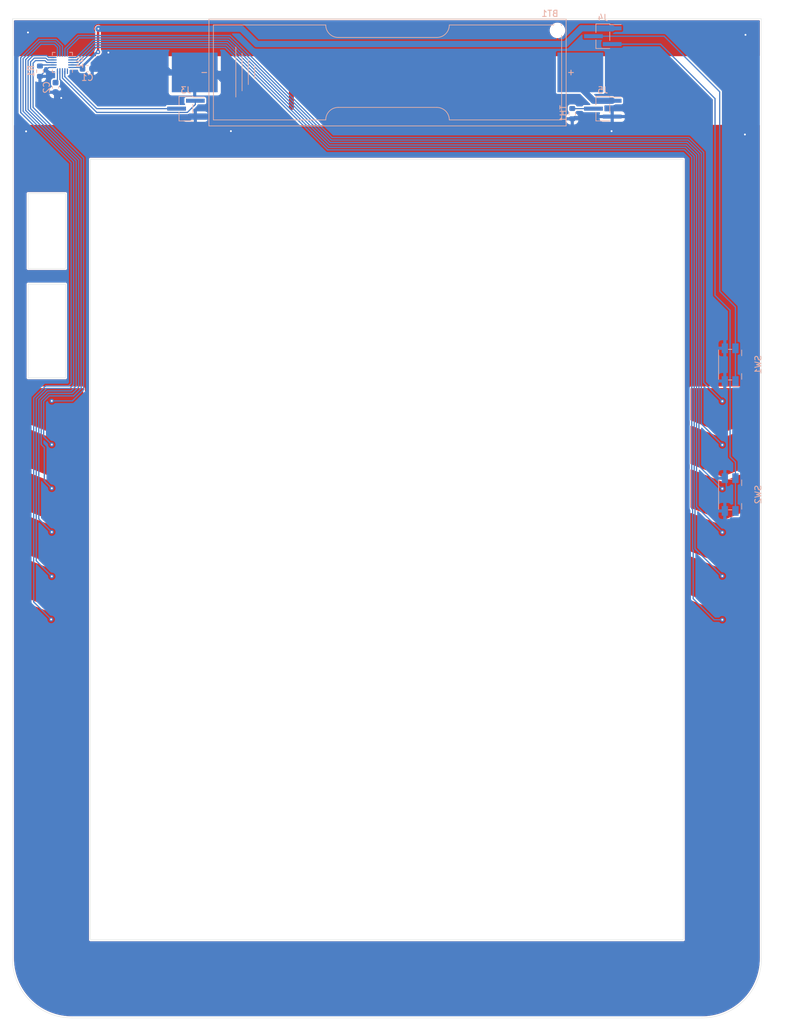
<source format=kicad_pcb>
(kicad_pcb (version 20210126) (generator pcbnew)
  (layers (0 "F.Cu" signal) (31 "B.Cu" signal) (34 "B.Paste" user) (35 "F.Paste" user) (36 "B.SilkS" user "B.Silkscreen") (37 "F.SilkS" user "F.Silkscreen") (38 "B.Mask" user) (39 "F.Mask" user) (44 "Edge.Cuts" user))
  (net 0 "")
  (net 1 "GND")
  (net 2 "+BATT")
  (net 3 "+3V3")
  (net 4 "Net-(C2-Pad1)")
  (net 5 "Net-(J1-Pad6)")
  (net 6 "Net-(J1-Pad5)")
  (net 7 "Net-(J1-Pad4)")
  (net 8 "Net-(J1-Pad3)")
  (net 9 "Net-(J1-Pad2)")
  (net 10 "Net-(J1-Pad1)")
  (net 11 "Net-(J2-Pad6)")
  (net 12 "Net-(J2-Pad5)")
  (net 13 "Net-(J2-Pad4)")
  (net 14 "Net-(J2-Pad3)")
  (net 15 "Net-(J2-Pad2)")
  (net 16 "Net-(J2-Pad1)")
  (net 17 "/KEY1")
  (net 18 "/KP_SCL")
  (net 19 "/KP_SDA")
  (net 20 "/KEY2")
  (net 21 "Net-(R1-Pad1)")
  (net 23 "Net-(TH1-Pad1)")
  (footprint "footprints:Touch_Sensing_6PADS" (layer "F.Cu") (at 153.75 102.25 -90)
    (fp_text reference "J2")
    (fp_text value "Conn_01x06")
    (pad "1" smd custom (at -16 0 270) (size 0.4 0.4) (layers "F.Cu" "F.Paste") (net 16 "Net-(J2-Pad1)") (options (clearance outline) (anchor rect)) (primitives (gr_poly (pts (xy -2 -5) (xy -2 5) (xy 3 5) (xy 5 0) (xy 3 -5)) (width 0.2) (fill yes))))
    (pad "2" smd custom (at -9 0 270) (size 0.4 0.4) (layers "F.Cu" "F.Paste") (net 15 "Net-(J2-Pad2)") (options (clearance outline) (anchor rect)) (primitives (gr_poly (pts (xy -3 -5) (xy -1 0) (xy -3 5) (xy 3 5) (xy 5 0) (xy 3 -5)) (width 0.2) (fill yes))))
    (pad "3" smd custom (at -2 0 270) (size 0.4 0.4) (layers "F.Cu" "F.Paste") (net 14 "Net-(J2-Pad3)") (options (clearance outline) (anchor rect)) (primitives (gr_poly (pts (xy -3 -5) (xy -1 0) (xy -3 5) (xy 3 5) (xy 5 0) (xy 3 -5)) (width 0.2) (fill yes))))
    (pad "4" smd custom (at 5 0 270) (size 0.4 0.4) (layers "F.Cu" "F.Paste") (net 13 "Net-(J2-Pad4)") (options (clearance outline) (anchor rect)) (primitives (gr_poly (pts (xy -3 -5) (xy -1 0) (xy -3 5) (xy 3 5) (xy 5 0) (xy 3 -5)) (width 0.2) (fill yes))))
    (pad "5" smd custom (at 12 0 270) (size 0.4 0.4) (layers "F.Cu" "F.Paste") (net 12 "Net-(J2-Pad5)") (options (clearance outline) (anchor rect)) (primitives (gr_poly (pts (xy -3 -5) (xy -1 0) (xy -3 5) (xy 3 5) (xy 5 0) (xy 3 -5)) (width 0.2) (fill yes))))
    (pad "6" smd custom (at 19 0 270) (size 0.4 0.4) (layers "F.Cu" "F.Paste") (net 11 "Net-(J2-Pad6)") (options (clearance outline) (anchor rect)) (primitives (gr_poly (pts (xy -3 -5) (xy -1 0) (xy -3 5) (xy 4 5) (xy 4 -5)) (width 0.2) (fill yes))))
  )
  (footprint "footprints:Touch_Sensing_6PADS" (layer "F.Cu") (at 46.25 102.25 -90)
    (fp_text reference "J1")
    (fp_text value "Conn_01x06")
    (pad "1" smd custom (at -16 0 270) (size 0.4 0.4) (layers "F.Cu" "F.Paste") (net 10 "Net-(J1-Pad1)") (options (clearance outline) (anchor rect)) (primitives (gr_poly (pts (xy -2 -5) (xy -2 5) (xy 3 5) (xy 5 0) (xy 3 -5)) (width 0.2) (fill yes))))
    (pad "2" smd custom (at -9 0 270) (size 0.4 0.4) (layers "F.Cu" "F.Paste") (net 9 "Net-(J1-Pad2)") (options (clearance outline) (anchor rect)) (primitives (gr_poly (pts (xy -3 -5) (xy -1 0) (xy -3 5) (xy 3 5) (xy 5 0) (xy 3 -5)) (width 0.2) (fill yes))))
    (pad "3" smd custom (at -2 0 270) (size 0.4 0.4) (layers "F.Cu" "F.Paste") (net 8 "Net-(J1-Pad3)") (options (clearance outline) (anchor rect)) (primitives (gr_poly (pts (xy -3 -5) (xy -1 0) (xy -3 5) (xy 3 5) (xy 5 0) (xy 3 -5)) (width 0.2) (fill yes))))
    (pad "4" smd custom (at 5 0 270) (size 0.4 0.4) (layers "F.Cu" "F.Paste") (net 7 "Net-(J1-Pad4)") (options (clearance outline) (anchor rect)) (primitives (gr_poly (pts (xy -3 -5) (xy -1 0) (xy -3 5) (xy 3 5) (xy 5 0) (xy 3 -5)) (width 0.2) (fill yes))))
    (pad "5" smd custom (at 12 0 270) (size 0.4 0.4) (layers "F.Cu" "F.Paste") (net 6 "Net-(J1-Pad5)") (options (clearance outline) (anchor rect)) (primitives (gr_poly (pts (xy -3 -5) (xy -1 0) (xy -3 5) (xy 3 5) (xy 5 0) (xy 3 -5)) (width 0.2) (fill yes))))
    (pad "6" smd custom (at 19 0 270) (size 0.4 0.4) (layers "F.Cu" "F.Paste") (net 5 "Net-(J1-Pad6)") (options (clearance outline) (anchor rect)) (primitives (gr_poly (pts (xy -3 -5) (xy -1 0) (xy -3 5) (xy 4 5) (xy 4 -5)) (width 0.2) (fill yes))))
  )
  (footprint "Resistor_SMD:R_0603_1608Metric" (layer "B.Cu") (at 44.4 33.4 -90)
    (fp_text reference "R1" (at 0 1.43 -270) (layer "B.SilkS") (effects (justify mirror)))
    (fp_text value "75K/1%")
    (fp_line (start -0.237258 0.5225) (end 0.237258 0.5225) (layer "B.SilkS") (width 0.12))
    (fp_line (start -0.237258 -0.5225) (end 0.237258 -0.5225) (layer "B.SilkS") (width 0.12))
    (pad "1" smd roundrect (at -0.825 0 270) (size 0.8 0.95) (layers "B.Cu" "B.Paste" "B.Mask") (net 21 "Net-(R1-Pad1)"))
    (pad "2" smd roundrect (at 0.825 0 270) (size 0.8 0.95) (layers "B.Cu" "B.Paste" "B.Mask") (net 1 "GND"))
  )
  (footprint "Connector_PinHeader_1.27mm:PinHeader_1x03_P1.27mm_Vertical_SMD_Pin1Left" (layer "B.Cu") (at 134.6 39.4 180)
    (fp_text reference "J5" (at 0 2.965) (layer "B.SilkS") (effects (justify mirror)))
    (fp_text value "Conn_01x03")
    (fp_line (start 1.11 -1.855) (end 1.11 -1.965) (layer "B.SilkS") (width 0.12))
    (fp_line (start 1.11 1.955) (end 1.11 0.585) (layer "B.SilkS") (width 0.12))
    (fp_line (start -1.11 0.685) (end -1.11 -0.685) (layer "B.SilkS") (width 0.12))
    (fp_line (start -1.11 1.965) (end -1.11 1.855) (layer "B.SilkS") (width 0.12))
    (fp_line (start 1.11 -0.585) (end 1.11 -1.955) (layer "B.SilkS") (width 0.12))
    (fp_line (start -1.11 1.965) (end 1.11 1.965) (layer "B.SilkS") (width 0.12))
    (fp_line (start -1.11 1.855) (end -2.94 1.855) (layer "B.SilkS") (width 0.12))
    (fp_line (start -1.11 -1.965) (end 1.11 -1.965) (layer "B.SilkS") (width 0.12))
    (pad "1" smd rect (at -1.5 1.27 180) (size 3 0.65) (layers "B.Cu" "B.Paste" "B.Mask") (net 2 "+BATT"))
    (pad "2" smd rect (at 1.5 0 180) (size 3 0.65) (layers "B.Cu" "B.Paste" "B.Mask") (net 23 "Net-(TH1-Pad1)"))
    (pad "3" smd rect (at -1.5 -1.27 180) (size 3 0.65) (layers "B.Cu" "B.Paste" "B.Mask") (net 1 "GND"))
  )
  (footprint "Button_Switch_SMD:Panasonic_EVQPUJ_EVQPUA" (layer "B.Cu") (at 155 80.4 90)
    (fp_text reference "SW1" (at 0 4.5 90) (layer "B.SilkS") (effects (justify mirror)))
    (fp_text value "EVQPUJ02K")
    (fp_line (start 2.45 -0.275) (end 2.45 0.275) (layer "B.SilkS") (width 0.12))
    (fp_line (start 2.35 1.85) (end 1.425 1.85) (layer "B.SilkS") (width 0.12))
    (fp_line (start 2.35 -1.85) (end -2.35 -1.85) (layer "B.SilkS") (width 0.12))
    (fp_line (start -2.45 -0.275) (end -2.45 0.275) (layer "B.SilkS") (width 0.12))
    (fp_line (start -1.425 1.85) (end -2.35 1.85) (layer "B.SilkS") (width 0.12))
    (pad "1" smd rect (at 2.625 0.85 270) (size 1.55 1) (layers "B.Cu" "B.Paste" "B.Mask") (net 17 "/KEY1"))
    (pad "1" smd rect (at -2.625 0.85 270) (size 1.55 1) (layers "B.Cu" "B.Paste" "B.Mask") (net 17 "/KEY1"))
    (pad "2" smd rect (at -2.625 -0.85 270) (size 1.55 1) (layers "B.Cu" "B.Paste" "B.Mask") (net 1 "GND"))
    (pad "2" smd rect (at 2.625 -0.85 270) (size 1.55 1) (layers "B.Cu" "B.Paste" "B.Mask") (net 1 "GND"))
  )
  (footprint "Resistor_SMD:R_0603_1608Metric" (layer "B.Cu") (at 129.7 40.2 -90)
    (fp_text reference "TH1" (at 0 1.43 -90) (layer "B.SilkS") (effects (justify mirror)))
    (fp_text value "Thermistor_NTC")
    (fp_line (start -0.237258 -0.5225) (end 0.237258 -0.5225) (layer "B.SilkS") (width 0.12))
    (fp_line (start -0.237258 0.5225) (end 0.237258 0.5225) (layer "B.SilkS") (width 0.12))
    (pad "1" smd roundrect (at -0.825 0 270) (size 0.8 0.95) (layers "B.Cu" "B.Paste" "B.Mask") (net 23 "Net-(TH1-Pad1)"))
    (pad "2" smd roundrect (at 0.825 0 270) (size 0.8 0.95) (layers "B.Cu" "B.Paste" "B.Mask") (net 1 "GND"))
  )
  (footprint "footprints:BatteryHolder_Keystone_1088_1xAA" (layer "B.Cu") (at 131 33.6 180)
    (fp_text reference "BT1" (at 4.88 9.42 180) (layer "B.SilkS") (effects (justify mirror)))
    (fp_text value "Keystone_1088_14800")
    (fp_text user "-" (at 60.27 0.06) (layer "B.SilkS") (effects (justify mirror)))
    (fp_text user "+" (at 1.5 0.06) (layer "B.SilkS") (effects (justify mirror)))
    (fp_line (start 40.8 -7.6) (end 58.8 -7.6) (layer "B.SilkS") (width 0.12))
    (fp_line (start 52.21 1.06) (end 52.21 -0.94) (layer "B.SilkS") (width 0.12))
    (fp_line (start 59.52 -8.565) (end 2.28 -8.565) (layer "B.SilkS") (width 0.12))
    (fp_line (start 58.8 7.6) (end 58.8 -7.6) (layer "B.SilkS") (width 0.12))
    (fp_line (start 23 5.6) (end 38.8 5.6) (layer "B.SilkS") (width 0.12))
    (fp_line (start 3 -7.6) (end 21 -7.6) (layer "B.SilkS") (width 0.12))
    (fp_line (start 55.21 4.06) (end 55.21 -3.94) (layer "B.SilkS") (width 0.12))
    (fp_line (start 40.8 7.6) (end 58.8 7.6) (layer "B.SilkS") (width 0.12))
    (fp_line (start 3 7.6) (end 21 7.6) (layer "B.SilkS") (width 0.12))
    (fp_line (start 54.21 -2.94) (end 54.21 3.06) (layer "B.SilkS") (width 0.12))
    (fp_line (start 38.8 -5.6) (end 23 -5.6) (layer "B.SilkS") (width 0.12))
    (fp_line (start 3 7.6) (end 3 -7.6) (layer "B.SilkS") (width 0.12))
    (fp_line (start 59.52 8.565) (end 59.52 -8.565) (layer "B.SilkS") (width 0.12))
    (fp_line (start 53.21 2.06) (end 53.21 -1.94) (layer "B.SilkS") (width 0.12))
    (fp_line (start 2.28 -8.565) (end 2.28 8.565) (layer "B.SilkS") (width 0.12))
    (fp_line (start 2.28 8.565) (end 59.52 8.565) (layer "B.SilkS") (width 0.12))
    (fp_arc (start 23 7.6) (end 21 7.6) (angle 90) (layer "B.SilkS") (width 0.12))
    (fp_arc (start 38.8 7.6) (end 38.8 5.6) (angle 90) (layer "B.SilkS") (width 0.12))
    (fp_arc (start 23 -7.6) (end 23 -5.6) (angle 90) (layer "B.SilkS") (width 0.12))
    (fp_arc (start 38.8 -7.6) (end 40.8 -7.6) (angle 90) (layer "B.SilkS") (width 0.12))
    (pad "" np_thru_hole circle (at 3.67 6.73 90) (size 2 2) (drill 2) (layers F&B.Cu *.Mask))
    (pad "1" smd rect (at 0 0) (size 7.34 6.35) (layers "B.Cu" "B.Paste" "B.Mask") (net 2 "+BATT"))
    (pad "2" smd rect (at 61.8 0) (size 7.34 6.35) (layers "B.Cu" "B.Paste" "B.Mask") (net 1 "GND"))
  )
  (footprint "Capacitor_SMD:C_0603_1608Metric" (layer "B.Cu") (at 46.9 36 -90)
    (fp_text reference "C2" (at 0 1.43 -90) (layer "B.SilkS") (effects (justify mirror)))
    (fp_text value "100nF")
    (fp_line (start -0.14058 0.51) (end 0.14058 0.51) (layer "B.SilkS") (width 0.12))
    (fp_line (start -0.14058 -0.51) (end 0.14058 -0.51) (layer "B.SilkS") (width 0.12))
    (pad "1" smd roundrect (at -0.775 0 270) (size 0.9 0.95) (layers "B.Cu" "B.Paste" "B.Mask") (net 4 "Net-(C2-Pad1)"))
    (pad "2" smd roundrect (at 0.775 0 270) (size 0.9 0.95) (layers "B.Cu" "B.Paste" "B.Mask") (net 1 "GND"))
  )
  (footprint "Connector_PinHeader_1.27mm:PinHeader_1x03_P1.27mm_Vertical_SMD_Pin1Left" (layer "B.Cu") (at 67.8 39.4 180)
    (fp_text reference "J3" (at 0 2.965) (layer "B.SilkS") (effects (justify mirror)))
    (fp_text value "Conn_01x03")
    (fp_line (start -1.11 1.965) (end -1.11 1.855) (layer "B.SilkS") (width 0.12))
    (fp_line (start 1.11 1.955) (end 1.11 0.585) (layer "B.SilkS") (width 0.12))
    (fp_line (start 1.11 -0.585) (end 1.11 -1.955) (layer "B.SilkS") (width 0.12))
    (fp_line (start -1.11 0.685) (end -1.11 -0.685) (layer "B.SilkS") (width 0.12))
    (fp_line (start -1.11 1.965) (end 1.11 1.965) (layer "B.SilkS") (width 0.12))
    (fp_line (start -1.11 1.855) (end -2.94 1.855) (layer "B.SilkS") (width 0.12))
    (fp_line (start -1.11 -1.965) (end 1.11 -1.965) (layer "B.SilkS") (width 0.12))
    (fp_line (start 1.11 -1.855) (end 1.11 -1.965) (layer "B.SilkS") (width 0.12))
    (pad "1" smd rect (at -1.5 1.27 180) (size 3 0.65) (layers "B.Cu" "B.Paste" "B.Mask") (net 18 "/KP_SCL"))
    (pad "2" smd rect (at 1.5 0 180) (size 3 0.65) (layers "B.Cu" "B.Paste" "B.Mask") (net 19 "/KP_SDA"))
    (pad "3" smd rect (at -1.5 -1.27 180) (size 3 0.65) (layers "B.Cu" "B.Paste" "B.Mask") (net 1 "GND"))
  )
  (footprint "Package_DFN_QFN:UQFN-20_3x3mm_P0.4mm" (layer "B.Cu") (at 48 32 90)
    (fp_text reference "U1" (at 0 2.8 270) (layer "B.SilkS") (effects (justify mirror)))
    (fp_text value "MPR121QR2")
    (fp_line (start 1.61 -1.61) (end 1.61 -1.16) (layer "B.SilkS") (width 0.12))
    (fp_line (start -1.61 -1.61) (end -1.61 -1.16) (layer "B.SilkS") (width 0.12))
    (fp_line (start -1.16 1.61) (end -1.61 1.61) (layer "B.SilkS") (width 0.12))
    (fp_line (start 1.61 1.61) (end 1.61 1.16) (layer "B.SilkS") (width 0.12))
    (fp_line (start -1.16 -1.61) (end -1.61 -1.61) (layer "B.SilkS") (width 0.12))
    (fp_line (start 1.16 1.61) (end 1.61 1.61) (layer "B.SilkS") (width 0.12))
    (fp_line (start 1.16 -1.61) (end 1.61 -1.61) (layer "B.SilkS") (width 0.12))
    (pad "1" smd custom (at -1.3875 0.8 90) (size 0.115147 0.115147) (layers "B.Cu" "B.Paste" "B.Mask") (options (clearance outline) (anchor circle)) (primitives (gr_poly (pts (xy -0.4225 0.06) (xy 0.325931 0.06) (xy 0.4225 -0.036569) (xy 0.4225 -0.06) (xy -0.4225 -0.06)) (width 0.08) (fill yes))))
    (pad "2" smd roundrect (at -1.3875 0.4 90) (size 0.925 0.2) (layers "B.Cu" "B.Paste" "B.Mask") (net 19 "/KP_SDA"))
    (pad "3" smd roundrect (at -1.3875 0 90) (size 0.925 0.2) (layers "B.Cu" "B.Paste" "B.Mask") (net 18 "/KP_SCL"))
    (pad "4" smd roundrect (at -1.3875 -0.4 90) (size 0.925 0.2) (layers "B.Cu" "B.Paste" "B.Mask") (net 1 "GND"))
    (pad "5" smd custom (at -1.3875 -0.8 90) (size 0.115147 0.115147) (layers "B.Cu" "B.Paste" "B.Mask") (net 4 "Net-(C2-Pad1)") (options (clearance outline) (anchor circle)) (primitives (gr_poly (pts (xy -0.4225 0.06) (xy 0.4225 0.06) (xy 0.4225 0.036569) (xy 0.325931 -0.06) (xy -0.4225 -0.06)) (width 0.08) (fill yes))))
    (pad "6" smd custom (at -0.8 -1.3875 90) (size 0.115147 0.115147) (layers "B.Cu" "B.Paste" "B.Mask") (net 1 "GND") (options (clearance outline) (anchor circle)) (primitives (gr_poly (pts (xy -0.06 0.325931) (xy 0.036569 0.4225) (xy 0.06 0.4225) (xy 0.06 -0.4225) (xy -0.06 -0.4225)) (width 0.08) (fill yes))))
    (pad "7" smd roundrect (at -0.4 -1.3875 90) (size 0.2 0.925) (layers "B.Cu" "B.Paste" "B.Mask") (net 21 "Net-(R1-Pad1)"))
    (pad "8" smd roundrect (at 0 -1.3875 90) (size 0.2 0.925) (layers "B.Cu" "B.Paste" "B.Mask") (net 10 "Net-(J1-Pad1)"))
    (pad "9" smd roundrect (at 0.4 -1.3875 90) (size 0.2 0.925) (layers "B.Cu" "B.Paste" "B.Mask") (net 9 "Net-(J1-Pad2)"))
    (pad "10" smd custom (at 0.8 -1.3875 90) (size 0.115147 0.115147) (layers "B.Cu" "B.Paste" "B.Mask") (net 8 "Net-(J1-Pad3)") (options (clearance outline) (anchor circle)) (primitives (gr_poly (pts (xy -0.06 0.4225) (xy -0.036569 0.4225) (xy 0.06 0.325931) (xy 0.06 -0.4225) (xy -0.06 -0.4225)) (width 0.08) (fill yes))))
    (pad "11" smd custom (at 1.3875 -0.8 90) (size 0.115147 0.115147) (layers "B.Cu" "B.Paste" "B.Mask") (net 7 "Net-(J1-Pad4)") (options (clearance outline) (anchor circle)) (primitives (gr_poly (pts (xy -0.4225 0.06) (xy 0.4225 0.06) (xy 0.4225 -0.06) (xy -0.325931 -0.06) (xy -0.4225 0.036569)) (width 0.08) (fill yes))))
    (pad "12" smd roundrect (at 1.3875 -0.4 90) (size 0.925 0.2) (layers "B.Cu" "B.Paste" "B.Mask") (net 6 "Net-(J1-Pad5)"))
    (pad "13" smd roundrect (at 1.3875 0 90) (size 0.925 0.2) (layers "B.Cu" "B.Paste" "B.Mask") (net 5 "Net-(J1-Pad6)"))
    (pad "14" smd roundrect (at 1.3875 0.4 90) (size 0.925 0.2) (layers "B.Cu" "B.Paste" "B.Mask") (net 16 "Net-(J2-Pad1)"))
    (pad "15" smd custom (at 1.3875 0.8 90) (size 0.115147 0.115147) (layers "B.Cu" "B.Paste" "B.Mask") (net 15 "Net-(J2-Pad2)") (options (clearance outline) (anchor circle)) (primitives (gr_poly (pts (xy -0.4225 -0.036569) (xy -0.325931 0.06) (xy 0.4225 0.06) (xy 0.4225 -0.06) (xy -0.4225 -0.06)) (width 0.08) (fill yes))))
    (pad "16" smd custom (at 0.8 1.3875 90) (size 0.115147 0.115147) (layers "B.Cu" "B.Paste" "B.Mask") (net 14 "Net-(J2-Pad3)") (options (clearance outline) (anchor circle)) (primitives (gr_poly (pts (xy -0.06 0.4225) (xy 0.06 0.4225) (xy 0.06 -0.325931) (xy -0.036569 -0.4225) (xy -0.06 -0.4225)) (width 0.08) (fill yes))))
    (pad "17" smd roundrect (at 0.4 1.3875 90) (size 0.2 0.925) (layers "B.Cu" "B.Paste" "B.Mask") (net 13 "Net-(J2-Pad4)"))
    (pad "18" smd roundrect (at 0 1.3875 90) (size 0.2 0.925) (layers "B.Cu" "B.Paste" "B.Mask") (net 12 "Net-(J2-Pad5)"))
    (pad "19" smd roundrect (at -0.4 1.3875 90) (size 0.2 0.925) (layers "B.Cu" "B.Paste" "B.Mask") (net 11 "Net-(J2-Pad6)"))
    (pad "20" smd custom (at -0.8 1.3875 90) (size 0.115147 0.115147) (layers "B.Cu" "B.Paste" "B.Mask") (net 3 "+3V3") (options (clearance outline) (anchor circle)) (primitives (gr_poly (pts (xy -0.06 0.4225) (xy 0.06 0.4225) (xy 0.06 -0.4225) (xy 0.036569 -0.4225) (xy -0.06 -0.325931)) (width 0.08) (fill yes))))
  )
  (footprint "Connector_PinHeader_1.27mm:PinHeader_1x03_P1.27mm_Vertical_SMD_Pin1Left" (layer "B.Cu") (at 134.6 27.8 180)
    (fp_text reference "J4" (at 0 2.965) (layer "B.SilkS") (effects (justify mirror)))
    (fp_text value "Conn_01x03")
    (fp_line (start 1.11 -0.585) (end 1.11 -1.955) (layer "B.SilkS") (width 0.12))
    (fp_line (start -1.11 1.855) (end -2.94 1.855) (layer "B.SilkS") (width 0.12))
    (fp_line (start 1.11 -1.855) (end 1.11 -1.965) (layer "B.SilkS") (width 0.12))
    (fp_line (start 1.11 1.955) (end 1.11 0.585) (layer "B.SilkS") (width 0.12))
    (fp_line (start -1.11 -1.965) (end 1.11 -1.965) (layer "B.SilkS") (width 0.12))
    (fp_line (start -1.11 1.965) (end -1.11 1.855) (layer "B.SilkS") (width 0.12))
    (fp_line (start -1.11 1.965) (end 1.11 1.965) (layer "B.SilkS") (width 0.12))
    (fp_line (start -1.11 0.685) (end -1.11 -0.685) (layer "B.SilkS") (width 0.12))
    (pad "1" smd rect (at -1.5 1.27 180) (size 3 0.65) (layers "B.Cu" "B.Paste" "B.Mask") (net 3 "+3V3"))
    (pad "2" smd rect (at 1.5 0 180) (size 3 0.65) (layers "B.Cu" "B.Paste" "B.Mask") (net 17 "/KEY1"))
    (pad "3" smd rect (at -1.5 -1.27 180) (size 3 0.65) (layers "B.Cu" "B.Paste" "B.Mask") (net 20 "/KEY2"))
  )
  (footprint "Button_Switch_SMD:Panasonic_EVQPUJ_EVQPUA" (layer "B.Cu") (at 155 101.2 90)
    (fp_text reference "SW2" (at 0 4.5 90) (layer "B.SilkS") (effects (justify mirror)))
    (fp_text value "EVQPUJ02K")
    (fp_line (start -1.425 1.85) (end -2.35 1.85) (layer "B.SilkS") (width 0.12))
    (fp_line (start 2.35 1.85) (end 1.425 1.85) (layer "B.SilkS") (width 0.12))
    (fp_line (start 2.35 -1.85) (end -2.35 -1.85) (layer "B.SilkS") (width 0.12))
    (fp_line (start 2.45 -0.275) (end 2.45 0.275) (layer "B.SilkS") (width 0.12))
    (fp_line (start -2.45 -0.275) (end -2.45 0.275) (layer "B.SilkS") (width 0.12))
    (pad "1" smd rect (at -2.625 0.85 270) (size 1.55 1) (layers "B.Cu" "B.Paste" "B.Mask") (net 20 "/KEY2"))
    (pad "1" smd rect (at 2.625 0.85 270) (size 1.55 1) (layers "B.Cu" "B.Paste" "B.Mask") (net 20 "/KEY2"))
    (pad "2" smd rect (at 2.625 -0.85 270) (size 1.55 1) (layers "B.Cu" "B.Paste" "B.Mask") (net 1 "GND"))
    (pad "2" smd rect (at -2.625 -0.85 270) (size 1.55 1) (layers "B.Cu" "B.Paste" "B.Mask") (net 1 "GND"))
  )
  (footprint "Capacitor_SMD:C_0603_1608Metric" (layer "B.Cu") (at 52 33)
    (fp_text reference "C1" (at 0 1.43 180) (layer "B.SilkS") (effects (justify mirror)))
    (fp_text value "100nF")
    (fp_line (start -0.14058 -0.51) (end 0.14058 -0.51) (layer "B.SilkS") (width 0.12))
    (fp_line (start -0.14058 0.51) (end 0.14058 0.51) (layer "B.SilkS") (width 0.12))
    (pad "1" smd roundrect (at -0.775 0) (size 0.9 0.95) (layers "B.Cu" "B.Paste" "B.Mask") (net 3 "+3V3"))
    (pad "2" smd roundrect (at 0.775 0) (size 0.9 0.95) (layers "B.Cu" "B.Paste" "B.Mask") (net 1 "GND"))
  )
  (gr_line (start 52.5 172.5) (end 147.5 172.5) (layer "Edge.Cuts") (width 0.05))
  (gr_rect (start 42.5 67.5) (end 48.5 82.5) (layer "Edge.Cuts") (width 0.05) (fill none))
  (gr_rect (start 42.5 53) (end 48.5 65) (layer "Edge.Cuts") (width 0.05) (fill none))
  (gr_arc (start 49.5 175.500001) (end 49.5 185) (angle 90) (layer "Edge.Cuts") (width 0.05))
  (gr_line (start 150.5 185) (end 49.5 185) (layer "Edge.Cuts") (width 0.05))
  (gr_line (start 160 25) (end 160 175.5) (layer "Edge.Cuts") (width 0.05))
  (gr_line (start 40 25) (end 160 25) (layer "Edge.Cuts") (width 0.05))
  (gr_line (start 147.5 172.5) (end 147.5 47.5) (layer "Edge.Cuts") (width 0.05))
  (gr_arc (start 150.500001 175.5) (end 160 175.5) (angle 90) (layer "Edge.Cuts") (width 0.05))
  (gr_line (start 40 175.5) (end 40 25) (layer "Edge.Cuts") (width 0.05))
  (gr_line (start 52.5 47.5) (end 52.5 172.5) (layer "Edge.Cuts") (width 0.05))
  (gr_line (start 147.5 47.5) (end 52.5 47.5) (layer "Edge.Cuts") (width 0.05))
  (gr_text "P" (at 86 36.5) (layer "F.Cu") (effects (font (size 6 5) (thickness 0.8))))
  (gr_text "READER" (at 102.5 37) (layer "F.Cu") (effects (font (size 5 5) (thickness 0.8))))
  (via (at 47.8125 37.6875) (size 0.7) (drill 0.3) (layers "F.Cu" "B.Cu") (net 1))
  (via (at 157.37 43.54) (size 0.7) (drill 0.3) (layers "F.Cu" "B.Cu") (net 1))
  (via (at 42.18 43.04) (size 0.7) (drill 0.3) (layers "F.Cu" "B.Cu") (net 1))
  (via (at 55.37 30.42) (size 0.7) (drill 0.3) (layers "F.Cu" "B.Cu") (net 1))
  (via (at 42.48 27.2) (size 0.7) (drill 0.3) (layers "F.Cu" "B.Cu") (net 1))
  (via (at 157.46 27.58) (size 0.7) (drill 0.3) (layers "F.Cu" "B.Cu") (net 1))
  (via (at 75 43) (size 0.7) (drill 0.3) (layers "F.Cu" "B.Cu") (net 1))
  (via (at 136 43) (size 0.7) (drill 0.3) (layers "F.Cu" "B.Cu") (net 1))
  (segment (start 154.15 72.36) (end 151.7 69.91) (width 0.2) (layer "B.Cu") (net 1))
  (segment (start 69.3 40.67) (end 68.462134 40.67) (width 1) (layer "B.Cu") (net 1))
  (segment (start 52.79 33) (end 55.37 30.42) (width 1) (layer "B.Cu") (net 1))
  (segment (start 47.525 36.775) (end 46.9 36.775) (width 0.2) (layer "B.Cu") (net 1))
  (segment (start 154.41 95.09) (end 154.41 85.977583) (width 0.2) (layer "B.Cu") (net 1))
  (segment (start 47.9 35.035794) (end 47.9 36.4) (width 0.2) (layer "B.Cu") (net 1))
  (segment (start 47.6 33.3875) (end 47.6 34.735794) (width 0.2) (layer "B.Cu") (net 1))
  (segment (start 52.775 33) (end 64.56 33) (width 1) (layer "B.Cu") (net 1))
  (segment (start 74.16 40.67) (end 75.22 39.61) (width 1) (layer "B.Cu") (net 1))
  (segment (start 75.22 42.78) (end 75 43) (width 1) (layer "B.Cu") (net 1))
  (segment (start 151.7 69.91) (end 151.7 50.47) (width 0.2) (layer "B.Cu") (net 1))
  (segment (start 151.69 50.46) (end 151.69 45.13) (width 0.2) (layer "B.Cu") (net 1))
  (segment (start 154.15 95.35) (end 154.41 95.09) (width 0.2) (layer "B.Cu") (net 1))
  (segment (start 44.4 35.96) (end 45.215 36.775) (width 0.2) (layer "B.Cu") (net 1))
  (segment (start 46.6125 32.8) (end 45.825 32.8) (width 0.2) (layer "B.Cu") (net 1))
  (segment (start 136 43) (end 136 40.67) (width 0.2) (layer "B.Cu") (net 1))
  (segment (start 154.380011 98.805011) (end 154.15 98.575) (width 0.2) (layer "B.Cu") (net 1))
  (segment (start 47.6 34.735794) (end 47.9 35.035794) (width 0.2) (layer "B.Cu") (net 1))
  (segment (start 154.15 83.025) (end 154.15 77.775) (width 0.2) (layer "B.Cu") (net 1))
  (segment (start 151.69 45.13) (end 147.23 40.67) (width 0.2) (layer "B.Cu") (net 1))
  (segment (start 72.53 33.6) (end 69.2 33.6) (width 1) (layer "B.Cu") (net 1))
  (segment (start 50.910031 40.785031) (end 46.9 36.775) (width 1) (layer "B.Cu") (net 1))
  (segment (start 52.775 33) (end 52.79 33) (width 1) (layer "B.Cu") (net 1))
  (segment (start 136.1 42.9) (end 136 43) (width 0.2) (layer "B.Cu") (net 1))
  (segment (start 136 40.67) (end 130.055 40.67) (width 0.2) (layer "B.Cu") (net 1))
  (segment (start 68.347103 40.785031) (end 50.910031 40.785031) (width 1) (layer "B.Cu") (net 1))
  (segment (start 154.15 98.575) (end 154.15 95.35) (width 0.2) (layer "B.Cu") (net 1))
  (segment (start 75.22 39.61) (end 75.22 42.78) (width 1) (layer "B.Cu") (net 1))
  (segment (start 154.15 85.717583) (end 154.15 83.025) (width 0.2) (layer "B.Cu") (net 1))
  (segment (start 151.7 50.47) (end 151.69 50.46) (width 0.2) (layer "B.Cu") (net 1))
  (segment (start 45.215 36.775) (end 46.9 36.775) (width 0.2) (layer "B.Cu") (net 1))
  (segment (start 45.825 32.8) (end 44.4 34.225) (width 0.2) (layer "B.Cu") (net 1))
  (segment (start 75.22 36.29) (end 72.53 33.6) (width 1) (layer "B.Cu") (net 1))
  (segment (start 69.2 33.6) (end 65.16 33.6) (width 1) (layer "B.Cu") (net 1))
  (segment (start 154.15 102.3) (end 154.380011 102.069989) (width 0.2) (layer "B.Cu") (net 1))
  (segment (start 47.9 36.4) (end 47.525 36.775) (width 0.2) (layer "B.Cu") (net 1))
  (segment (start 69.3 40.67) (end 74.16 40.67) (width 1) (layer "B.Cu") (net 1))
  (segment (start 147.23 40.67) (end 136.1 40.67) (width 0.2) (layer "B.Cu") (net 1))
  (segment (start 75.22 39.61) (end 75.22 36.29) (width 1) (layer "B.Cu") (net 1))
  (segment (start 154.15 77.775) (end 154.15 72.36) (width 0.2) (layer "B.Cu") (net 1))
  (segment (start 154.380011 102.069989) (end 154.380011 98.805011) (width 0.2) (layer "B.Cu") (net 1))
  (segment (start 136.1 40.67) (end 136.1 42.9) (width 0.2) (layer "B.Cu") (net 1))
  (segment (start 130.055 40.67) (end 129.7 41.025) (width 0.2) (layer "B.Cu") (net 1))
  (segment (start 68.462134 40.67) (end 68.347103 40.785031) (width 1) (layer "B.Cu") (net 1))
  (segment (start 65.16 33.6) (end 64.56 33) (width 1) (layer "B.Cu") (net 1))
  (segment (start 154.15 103.825) (end 154.15 102.3) (width 0.2) (layer "B.Cu") (net 1))
  (segment (start 154.41 85.977583) (end 154.15 85.717583) (width 0.2) (layer "B.Cu") (net 1))
  (segment (start 44.4 34.225) (end 44.4 35.96) (width 0.2) (layer "B.Cu") (net 1))
  (segment (start 136.1 38.13) (end 133.12 38.13) (width 1) (layer "B.Cu") (net 2))
  (segment (start 131 36.01) (end 131 33.6) (width 1) (layer "B.Cu") (net 2))
  (segment (start 133.12 38.13) (end 131 36.01) (width 1) (layer "B.Cu") (net 2))
  (segment (start 53.71 26.66) (end 53.77 26.6) (width 0.4) (layer "F.Cu") (net 3))
  (segment (start 53.71 30.33) (end 53.71 26.66) (width 0.4) (layer "F.Cu") (net 3))
  (via (at 53.77 26.6) (size 0.7) (drill 0.3) (layers "F.Cu" "B.Cu") (net 3))
  (via (at 53.71 30.33) (size 0.7) (drill 0.3) (layers "F.Cu" "B.Cu") (net 3))
  (segment (start 128.64 29.05) (end 79.14 29.05) (width 1) (layer "B.Cu") (net 3))
  (segment (start 49.3875 32.8) (end 51.025 32.8) (width 0.2) (layer "B.Cu") (net 3))
  (segment (start 53.71 30.33) (end 53.56 30.33) (width 0.4) (layer "B.Cu") (net 3))
  (segment (start 76.69 26.6) (end 53.77 26.6) (width 1) (layer "B.Cu") (net 3))
  (segment (start 51.225 32.665) (end 51.225 33) (width 0.4) (layer "B.Cu") (net 3))
  (segment (start 51.025 32.8) (end 51.225 33) (width 0.2) (layer "B.Cu") (net 3))
  (segment (start 79.14 29.05) (end 76.69 26.6) (width 1) (layer "B.Cu") (net 3))
  (segment (start 136.1 26.53) (end 131.16 26.53) (width 1) (layer "B.Cu") (net 3))
  (segment (start 131.16 26.53) (end 128.64 29.05) (width 1) (layer "B.Cu") (net 3))
  (segment (start 53.56 30.33) (end 51.225 32.665) (width 0.4) (layer "B.Cu") (net 3))
  (segment (start 47.2 33.3875) (end 47.2 35.025) (width 0.2) (layer "B.Cu") (net 4))
  (segment (start 47.2 35.025) (end 47 35.225) (width 0.2) (layer "B.Cu") (net 4))
  (segment (start 46.25 121.25) (end 46.2 121.2) (width 0.2) (layer "F.Cu") (net 5))
  (via (at 46.2 121.2) (size 0.7) (drill 0.3) (layers "F.Cu" "B.Cu") (net 5))
  (segment (start 43.4 85.725142) (end 45.325142 83.8) (width 0.2) (layer "B.Cu") (net 5))
  (segment (start 49.4 48.1) (end 41.31998 40.01998) (width 0.2) (layer "B.Cu") (net 5))
  (segment (start 49 83.8) (end 49.4 83.4) (width 0.2) (layer "B.Cu") (net 5))
  (segment (start 45.325142 83.8) (end 49 83.8) (width 0.2) (layer "B.Cu") (net 5))
  (segment (start 43.4 118.4) (end 43.4 85.725142) (width 0.2) (layer "B.Cu") (net 5))
  (segment (start 46.99484 28.31998) (end 48 29.32514) (width 0.2) (layer "B.Cu") (net 5))
  (segment (start 49.4 83.4) (end 49.4 48.1) (width 0.2) (layer "B.Cu") (net 5))
  (segment (start 48 29.32514) (end 48 30.6125) (width 0.2) (layer "B.Cu") (net 5))
  (segment (start 44.24259 28.31998) (end 46.99484 28.31998) (width 0.2) (layer "B.Cu") (net 5))
  (segment (start 46.2 121.2) (end 43.4 118.4) (width 0.2) (layer "B.Cu") (net 5))
  (segment (start 41.31998 40.01998) (end 41.31998 31.24259) (width 0.2) (layer "B.Cu") (net 5))
  (segment (start 41.31998 31.24259) (end 44.24259 28.31998) (width 0.2) (layer "B.Cu") (net 5))
  (segment (start 46.25 114.25) (end 46.3 114.3) (width 0.2) (layer "F.Cu") (net 6))
  (via (at 46.3 114.3) (size 0.7) (drill 0.3) (layers "F.Cu" "B.Cu") (net 6))
  (segment (start 47.6 29.46257) (end 47.6 30.6125) (width 0.2) (layer "B.Cu") (net 6))
  (segment (start 49.2 84.2) (end 49.8 83.6) (width 0.2) (layer "B.Cu") (net 6))
  (segment (start 41.7 31.4) (end 44.4 28.7) (width 0.2) (layer "B.Cu") (net 6))
  (segment (start 44.4 28.7) (end 46.837429 28.7) (width 0.2) (layer "B.Cu") (net 6))
  (segment (start 46.837429 28.7) (end 46.85741 28.71998) (width 0.2) (layer "B.Cu") (net 6))
  (segment (start 49.8 83.6) (end 49.8 47.91229) (width 0.2) (layer "B.Cu") (net 6))
  (segment (start 41.7 39.81229) (end 41.7 31.4) (width 0.2) (layer "B.Cu") (net 6))
  (segment (start 43.8 85.862571) (end 45.462571 84.2) (width 0.2) (layer "B.Cu") (net 6))
  (segment (start 46.85741 28.71998) (end 47.6 29.46257) (width 0.2) (layer "B.Cu") (net 6))
  (segment (start 46.3 114.3) (end 43.8 111.8) (width 0.2) (layer "B.Cu") (net 6))
  (segment (start 49.8 47.91229) (end 41.7 39.81229) (width 0.2) (layer "B.Cu") (net 6))
  (segment (start 45.462571 84.2) (end 49.2 84.2) (width 0.2) (layer "B.Cu") (net 6))
  (segment (start 43.8 111.8) (end 43.8 85.862571) (width 0.2) (layer "B.Cu") (net 6))
  (segment (start 46.25 107.25) (end 46.3 107.2) (width 0.2) (layer "F.Cu") (net 7))
  (via (at 46.3 107.2) (size 0.7) (drill 0.3) (layers "F.Cu" "B.Cu") (net 7))
  (segment (start 50.2 83.8) (end 50.2 47.77486) (width 0.2) (layer "B.Cu") (net 7))
  (segment (start 46.7 29.1) (end 47.2 29.6) (width 0.2) (layer "B.Cu") (net 7))
  (segment (start 45.6 84.6) (end 49.4 84.6) (width 0.2) (layer "B.Cu") (net 7))
  (segment (start 50.2 47.77486) (end 42.11998 39.69484) (width 0.2) (layer "B.Cu") (net 7))
  (segment (start 44.56257 29.1) (end 46.7 29.1) (width 0.2) (layer "B.Cu") (net 7))
  (segment (start 44.21998 85.98002) (end 45.6 84.6) (width 0.2) (layer "B.Cu") (net 7))
  (segment (start 49.4 84.6) (end 50.2 83.8) (width 0.2) (layer "B.Cu") (net 7))
  (segment (start 47.2 29.6) (end 47.2 30.6125) (width 0.2) (layer "B.Cu") (net 7))
  (segment (start 42.11998 39.69484) (end 42.11998 31.54259) (width 0.2) (layer "B.Cu") (net 7))
  (segment (start 44.21998 105.11998) (end 44.21998 85.98002) (width 0.2) (layer "B.Cu") (net 7))
  (segment (start 46.3 107.2) (end 44.21998 105.11998) (width 0.2) (layer "B.Cu") (net 7))
  (segment (start 42.11998 31.54259) (end 44.56257 29.1) (width 0.2) (layer "B.Cu") (net 7))
  (segment (start 46.25 100.25) (end 46.3 100.2) (width 0.2) (layer "F.Cu") (net 8))
  (via (at 46.3 100.2) (size 0.7) (drill 0.3) (layers "F.Cu" "B.Cu") (net 8))
  (segment (start 50.6 47.63743) (end 42.5 39.53743) (width 0.2) (layer "B.Cu") (net 8))
  (segment (start 42.5 31.7) (end 43.3 30.9) (width 0.2) (layer "B.Cu") (net 8))
  (segment (start 45.1 93.677408) (end 44.6 93.177408) (width 0.2) (layer "B.Cu") (net 8))
  (segment (start 45.76257 85) (end 49.6 85) (width 0.2) (layer "B.Cu") (net 8))
  (segment (start 43.3 30.9) (end 45.47486 30.9) (width 0.2) (layer "B.Cu") (net 8))
  (segment (start 44.6 86.16257) (end 45.76257 85) (width 0.2) (layer "B.Cu") (net 8))
  (segment (start 45.1 99) (end 45.1 93.677408) (width 0.2) (layer "B.Cu") (net 8))
  (segment (start 44.6 93.177408) (end 44.6 86.16257) (width 0.2) (layer "B.Cu") (net 8))
  (segment (start 42.5 39.53743) (end 42.5 31.7) (width 0.2) (layer "B.Cu") (net 8))
  (segment (start 49.6 85) (end 50.6 84) (width 0.2) (layer "B.Cu") (net 8))
  (segment (start 46.3 100.2) (end 45.1 99) (width 0.2) (layer "B.Cu") (net 8))
  (segment (start 50.6 84) (end 50.6 47.63743) (width 0.2) (layer "B.Cu") (net 8))
  (segment (start 45.47486 30.9) (end 45.77486 31.2) (width 0.2) (layer "B.Cu") (net 8))
  (segment (start 45.77486 31.2) (end 46.6125 31.2) (width 0.2) (layer "B.Cu") (net 8))
  (segment (start 46.25 93.25) (end 46.3 93.2) (width 0.2) (layer "F.Cu") (net 9))
  (via (at 46.3 93.2) (size 0.7) (drill 0.3) (layers "F.Cu" "B.Cu") (net 9))
  (segment (start 45 86.3) (end 45.9 85.4) (width 0.2) (layer "B.Cu") (net 9))
  (segment (start 42.9 39.4) (end 42.9 31.9) (width 0.2) (layer "B.Cu") (net 9))
  (segment (start 42.9 31.9) (end 43.5 31.3) (width 0.2) (layer "B.Cu") (net 9))
  (segment (start 49.8 85.4) (end 51 84.2) (width 0.2) (layer "B.Cu") (net 9))
  (segment (start 51 47.5) (end 42.9 39.4) (width 0.2) (layer "B.Cu") (net 9))
  (segment (start 46.3 93.2) (end 45 91.9) (width 0.2) (layer "B.Cu") (net 9))
  (segment (start 51 84.2) (end 51 47.5) (width 0.2) (layer "B.Cu") (net 9))
  (segment (start 45.33743 31.3) (end 45.63743 31.6) (width 0.2) (layer "B.Cu") (net 9))
  (segment (start 43.5 31.3) (end 45.33743 31.3) (width 0.2) (layer "B.Cu") (net 9))
  (segment (start 45.9 85.4) (end 49.8 85.4) (width 0.2) (layer "B.Cu") (net 9))
  (segment (start 45 91.9) (end 45 86.3) (width 0.2) (layer "B.Cu") (net 9))
  (segment (start 45.63743 31.6) (end 46.6125 31.6) (width 0.2) (layer "B.Cu") (net 9))
  (segment (start 46.25 86.25) (end 46.3 86.2) (width 0.2) (layer "F.Cu") (net 10))
  (via (at 46.3 86.2) (size 0.7) (drill 0.3) (layers "F.Cu" "B.Cu") (net 10))
  (segment (start 43.3 39.2) (end 43.3 32.1) (width 0.2) (layer "B.Cu") (net 10))
  (segment (start 49.6 86.2) (end 51.4 84.4) (width 0.2) (layer "B.Cu") (net 10))
  (segment (start 45.5 32) (end 46.6125 32) (width 0.2) (layer "B.Cu") (net 10))
  (segment (start 43.7 31.7) (end 45.2 31.7) (width 0.2) (layer "B.Cu") (net 10))
  (segment (start 45.2 31.7) (end 45.5 32) (width 0.2) (layer "B.Cu") (net 10))
  (segment (start 43.3 32.1) (end 43.7 31.7) (width 0.2) (layer "B.Cu") (net 10))
  (segment (start 51.4 84.4) (end 51.4 47.3) (width 0.2) (layer "B.Cu") (net 10))
  (segment (start 46.3 86.2) (end 49.6 86.2) (width 0.2) (layer "B.Cu") (net 10))
  (segment (start 51.4 47.3) (end 43.3 39.2) (width 0.2) (layer "B.Cu") (net 10))
  (via (at 153.75 121.25) (size 0.7) (drill 0.3) (layers "F.Cu" "B.Cu") (net 11))
  (segment (start 148.98998 103.564838) (end 148.98998 110.027409) (width 0.2) (layer "B.Cu") (net 11))
  (segment (start 148.98998 110.027409) (end 149.08 110.117429) (width 0.2) (layer "B.Cu") (net 11))
  (segment (start 148.85996 103.434818) (end 148.98998 103.564838) (width 0.2) (layer "B.Cu") (net 11))
  (segment (start 149.08 117.88) (end 152.45 121.25) (width 0.2) (layer "B.Cu") (net 11))
  (segment (start 50.61741 32.38002) (end 53.40741 29.59002) (width 0.2) (layer "B.Cu") (net 11))
  (segment (start 74.09002 29.59002) (end 90.5 46) (width 0.2) (layer "B.Cu") (net 11))
  (segment (start 147.67514 46) (end 148.85996 47.18482) (width 0.2) (layer "B.Cu") (net 11))
  (segment (start 50.39 32.4) (end 50.40998 32.38002) (width 0.2) (layer "B.Cu") (net 11))
  (segment (start 148.85996 47.18482) (end 148.85996 103.434818) (width 0.2) (layer "B.Cu") (net 11))
  (segment (start 53.40741 29.59002) (end 74.09002 29.59002) (width 0.2) (layer "B.Cu") (net 11))
  (segment (start 49.3875 32.4) (end 50.39 32.4) (width 0.2) (layer "B.Cu") (net 11))
  (segment (start 90.5 46) (end 147.67514 46) (width 0.2) (layer "B.Cu") (net 11))
  (segment (start 152.45 121.25) (end 153.75 121.25) (width 0.2) (layer "B.Cu") (net 11))
  (segment (start 50.40998 32.38002) (end 50.61741 32.38002) (width 0.2) (layer "B.Cu") (net 11))
  (segment (start 149.08 110.117429) (end 149.08 117.88) (width 0.2) (layer "B.Cu") (net 11))
  (via (at 153.75 114.25) (size 0.7) (drill 0.3) (layers "F.Cu" "B.Cu") (net 12))
  (segment (start 147.81257 45.6) (end 149.23998 47.02741) (width 0.2) (layer "B.Cu") (net 12))
  (segment (start 80.48 35.44) (end 80.48 35.44257) (width 0.2) (layer "B.Cu") (net 12))
  (segment (start 50.46 32) (end 53.25 29.21) (width 0.2) (layer "B.Cu") (net 12))
  (segment (start 149.23998 103.277409) (end 149.37 103.407429) (width 0.2) (layer "B.Cu") (net 12))
  (segment (start 149.37 103.407429) (end 149.37 109.87) (width 0.2) (layer "B.Cu") (net 12))
  (segment (start 49.3875 32) (end 50.46 32) (width 0.2) (layer "B.Cu") (net 12))
  (segment (start 80.48 35.44257) (end 90.63743 45.6) (width 0.2) (layer "B.Cu") (net 12))
  (segment (start 74.25 29.21) (end 80.48 35.44) (width 0.2) (layer "B.Cu") (net 12))
  (segment (start 90.63743 45.6) (end 147.81257 45.6) (width 0.2) (layer "B.Cu") (net 12))
  (segment (start 149.37 109.87) (end 153.75 114.25) (width 0.2) (layer "B.Cu") (net 12))
  (segment (start 53.25 29.21) (end 74.25 29.21) (width 0.2) (layer "B.Cu") (net 12))
  (segment (start 149.23998 47.02741) (end 149.23998 103.277409) (width 0.2) (layer "B.Cu") (net 12))
  (via (at 153.75 107.25) (size 0.7) (drill 0.3) (layers "F.Cu" "B.Cu") (net 13))
  (segment (start 90.79741 45.21998) (end 147.96998 45.21998) (width 0.2) (layer "B.Cu") (net 13))
  (segment (start 50.32257 31.6) (end 53.09257 28.83) (width 0.2) (layer "B.Cu") (net 13))
  (segment (start 53.09257 28.83) (end 74.40743 28.83) (width 0.2) (layer "B.Cu") (net 13))
  (segment (start 49.3875 31.6) (end 50.32257 31.6) (width 0.2) (layer "B.Cu") (net 13))
  (segment (start 149.62 103.12) (end 153.75 107.25) (width 0.2) (layer "B.Cu") (net 13))
  (segment (start 149.62 46.87) (end 149.62 103.12) (width 0.2) (layer "B.Cu") (net 13))
  (segment (start 147.96998 45.21998) (end 149.62 46.87) (width 0.2) (layer "B.Cu") (net 13))
  (segment (start 74.40743 28.83) (end 90.79741 45.21998) (width 0.2) (layer "B.Cu") (net 13))
  (via (at 153.75 100.25) (size 0.7) (drill 0.3) (layers "F.Cu" "B.Cu") (net 14))
  (segment (start 150.00002 96.63002) (end 153.62 100.25) (width 0.2) (layer "B.Cu") (net 14))
  (segment (start 50.18514 31.2) (end 52.93516 28.44998) (width 0.2) (layer "B.Cu") (net 14))
  (segment (start 90.92486 44.81) (end 148.03 44.81) (width 0.2) (layer "B.Cu") (net 14))
  (segment (start 148.05996 44.83996) (end 148.12996 44.83996) (width 0.2) (layer "B.Cu") (net 14))
  (segment (start 148.12996 44.83996) (end 149.97 46.68) (width 0.2) (layer "B.Cu") (net 14))
  (segment (start 149.97 46.68) (end 149.97 46.68257) (width 0.2) (layer "B.Cu") (net 14))
  (segment (start 52.93516 28.44998) (end 74.564839 28.44998) (width 0.2) (layer "B.Cu") (net 14))
  (segment (start 149.97 46.68257) (end 150.00002 46.712591) (width 0.2) (layer "B.Cu") (net 14))
  (segment (start 148.03 44.81) (end 148.05996 44.83996) (width 0.2) (layer "B.Cu") (net 14))
  (segment (start 153.62 100.25) (end 153.75 100.25) (width 0.2) (layer "B.Cu") (net 14))
  (segment (start 49.3875 31.2) (end 50.18514 31.2) (width 0.2) (layer "B.Cu") (net 14))
  (segment (start 74.564839 28.44998) (end 74.644833 28.529973) (width 0.2) (layer "B.Cu") (net 14))
  (segment (start 150.00002 46.712591) (end 150.00002 96.63002) (width 0.2) (layer "B.Cu") (net 14))
  (segment (start 74.644833 28.529973) (end 90.92486 44.81) (width 0.2) (layer "B.Cu") (net 14))
  (via (at 153.75 93.25) (size 0.7) (drill 0.3) (layers "F.Cu" "B.Cu") (net 15))
  (segment (start 150.35002 46.52259) (end 150.35002 46.525162) (width 0.2) (layer "B.Cu") (net 15))
  (segment (start 91.08229 44.43) (end 148.25743 44.43) (width 0.2) (layer "B.Cu") (net 15))
  (segment (start 52.77775 28.06996) (end 74.722248 28.06996) (width 0.2) (layer "B.Cu") (net 15))
  (segment (start 52.777689 28.07002) (end 52.77775 28.06996) (width 0.2) (layer "B.Cu") (net 15))
  (segment (start 148.25743 44.43) (end 150.35002 46.52259) (width 0.2) (layer "B.Cu") (net 15))
  (segment (start 48.8 29.94) (end 50.66998 28.07002) (width 0.2) (layer "B.Cu") (net 15))
  (segment (start 150.38004 46.555182) (end 150.38004 89.88004) (width 0.2) (layer "B.Cu") (net 15))
  (segment (start 74.722248 28.06996) (end 91.08229 44.43) (width 0.2) (layer "B.Cu") (net 15))
  (segment (start 150.35002 46.525162) (end 150.38004 46.555182) (width 0.2) (layer "B.Cu") (net 15))
  (segment (start 150.38004 89.88004) (end 153.75 93.25) (width 0.2) (layer "B.Cu") (net 15))
  (segment (start 50.66998 28.07002) (end 52.777689 28.07002) (width 0.2) (layer "B.Cu") (net 15))
  (segment (start 48.8 30.6125) (end 48.8 29.94) (width 0.2) (layer "B.Cu") (net 15))
  (via (at 153.75 86.25) (size 0.7) (drill 0.3) (layers "F.Cu" "B.Cu") (net 16))
  (segment (start 150.76006 46.397772) (end 150.76006 83.26006) (width 0.2) (layer "B.Cu") (net 16))
  (segment (start 48.4 30.6125) (end 48.4 29.80257) (width 0.2) (layer "B.Cu") (net 16))
  (segment (start 148.38 44.03) (end 148.39998 44.04998) (width 0.2) (layer "B.Cu") (net 16))
  (segment (start 50.51257 27.69) (end 52.62028 27.69) (width 0.2) (layer "B.Cu") (net 16))
  (segment (start 52.62028 27.69) (end 52.62034 27.68994) (width 0.2) (layer "B.Cu") (net 16))
  (segment (start 91.21972 44.03) (end 148.38 44.03) (width 0.2) (layer "B.Cu") (net 16))
  (segment (start 150.76006 83.26006) (end 153.75 86.25) (width 0.2) (layer "B.Cu") (net 16))
  (segment (start 148.41484 44.04998) (end 150.73004 46.36518) (width 0.2) (layer "B.Cu") (net 16))
  (segment (start 48.4 29.80257) (end 50.51257 27.69) (width 0.2) (layer "B.Cu") (net 16))
  (segment (start 148.39998 44.04998) (end 148.41484 44.04998) (width 0.2) (layer "B.Cu") (net 16))
  (segment (start 150.73004 46.36518) (end 150.73004 46.367752) (width 0.2) (layer "B.Cu") (net 16))
  (segment (start 150.73004 46.367752) (end 150.76006 46.397772) (width 0.2) (layer "B.Cu") (net 16))
  (segment (start 52.62034 27.68994) (end 74.879658 27.68994) (width 0.2) (layer "B.Cu") (net 16))
  (segment (start 74.879658 27.68994) (end 91.21972 44.03) (width 0.2) (layer "B.Cu") (net 16))
  (segment (start 144.43 27.8) (end 153.33 36.7) (width 0.2) (layer "B.Cu") (net 17))
  (segment (start 155.85 77.775) (end 155.85 83.025) (width 0.2) (layer "B.Cu") (net 17))
  (segment (start 153.33 68.65) (end 155.85 71.17) (width 0.2) (layer "B.Cu") (net 17))
  (segment (start 153.33 36.7) (end 153.33 68.65) (width 0.2) (layer "B.Cu") (net 17))
  (segment (start 155.85 71.17) (end 155.85 77.775) (width 0.2) (layer "B.Cu") (net 17))
  (segment (start 133.1 27.8) (end 144.43 27.8) (width 0.2) (layer "B.Cu") (net 17))
  (segment (start 53.505011 40.005011) (end 68.024009 40.005011) (width 0.2) (layer "B.Cu") (net 18))
  (segment (start 69.3 38.72902) (end 69.3 38.13) (width 0.2) (layer "B.Cu") (net 18))
  (segment (start 48 33.3875) (end 48 34.5) (width 0.2) (layer "B.Cu") (net 18))
  (segment (start 48 34.5) (end 53.505011 40.005011) (width 0.2) (layer "B.Cu") (net 18))
  (segment (start 68.024009 40.005011) (end 69.3 38.72902) (width 0.2) (layer "B.Cu") (net 18))
  (segment (start 48.38002 33.40748) (end 48.4 33.3875) (width 0.2) (layer "B.Cu") (net 19))
  (segment (start 48.38002 34.28002) (end 48.38002 33.40748) (width 0.2) (layer "B.Cu") (net 19))
  (segment (start 53.5 39.4) (end 48.38002 34.28002) (width 0.2) (layer "B.Cu") (net 19))
  (segment (start 66.3 39.4) (end 53.5 39.4) (width 0.2) (layer "B.Cu") (net 19))
  (segment (start 143.86 29.07) (end 152.58 37.79) (width 0.2) (layer "B.Cu") (net 20))
  (segment (start 154.99 95.15) (end 155.85 96.01) (width 0.2) (layer "B.Cu") (net 20))
  (segment (start 152.58 69.28) (end 154.99 71.69) (width 0.2) (layer "B.Cu") (net 20))
  (segment (start 155.85 96.01) (end 155.85 98.575) (width 0.2) (layer "B.Cu") (net 20))
  (segment (start 154.99 71.69) (end 154.99 95.15) (width 0.2) (layer "B.Cu") (net 20))
  (segment (start 152.58 37.79) (end 152.58 69.28) (width 0.2) (layer "B.Cu") (net 20))
  (segment (start 155.85 98.575) (end 155.85 103.825) (width 0.2) (layer "B.Cu") (net 20))
  (segment (start 136.1 29.07) (end 143.86 29.07) (width 0.2) (layer "B.Cu") (net 20))
  (segment (start 46.6125 32.4) (end 44.6 32.4) (width 0.2) (layer "B.Cu") (net 21))
  (segment (start 44.6 32.4) (end 44.5 32.5) (width 0.2) (layer "B.Cu") (net 21))
  (segment (start 129.725 39.4) (end 129.7 39.375) (width 0.2) (layer "B.Cu") (net 23))
  (segment (start 133.1 39.4) (end 129.725 39.4) (width 0.2) (layer "B.Cu") (net 23))
  (zone (net 0) (net_name "") (layer "F.Cu") (connect_pads (clearance 0)) (min_thickness 0.254)
    (keepout (tracks allowed) (vias allowed) (pads allowed) (copperpour not_allowed) (footprints allowed))
    (fill (thermal_gap 0.508) (thermal_bridge_width 0.508))
    (polygon (pts (xy 160 42) (xy 40 42) (xy 40 31) (xy 160 31)))
  )
  (zone (net 1) (net_name "GND") (layers F&B.Cu) (connect_pads (clearance 0.25)) (min_thickness 0.2) (fill yes (thermal_gap 0.508) (thermal_bridge_width 0.508))
    (polygon (pts (xy 161 186) (xy 38 186) (xy 38 22) (xy 161 22)))
  )
  (zone (net 0) (net_name "") (layer "F.Cu") (connect_pads (clearance 0)) (min_thickness 0.254)
    (keepout (tracks allowed) (vias allowed) (pads allowed) (copperpour not_allowed) (footprints allowed))
    (fill (thermal_gap 0.508) (thermal_bridge_width 0.508))
    (polygon (pts (xy 51.5 125.293731) (xy 41 125.293731) (xy 41 84.293731) (xy 51.5 84.293731)))
  )
  (zone (net 0) (net_name "") (layer "F.Cu") (connect_pads (clearance 0)) (min_thickness 0.254)
    (keepout (tracks allowed) (vias allowed) (pads allowed) (copperpour not_allowed) (footprints allowed))
    (fill (thermal_gap 0.508) (thermal_bridge_width 0.508))
    (polygon (pts (xy 159 125.5) (xy 148.5 125.5) (xy 148.5 84) (xy 159 84)))
  )
)
</source>
